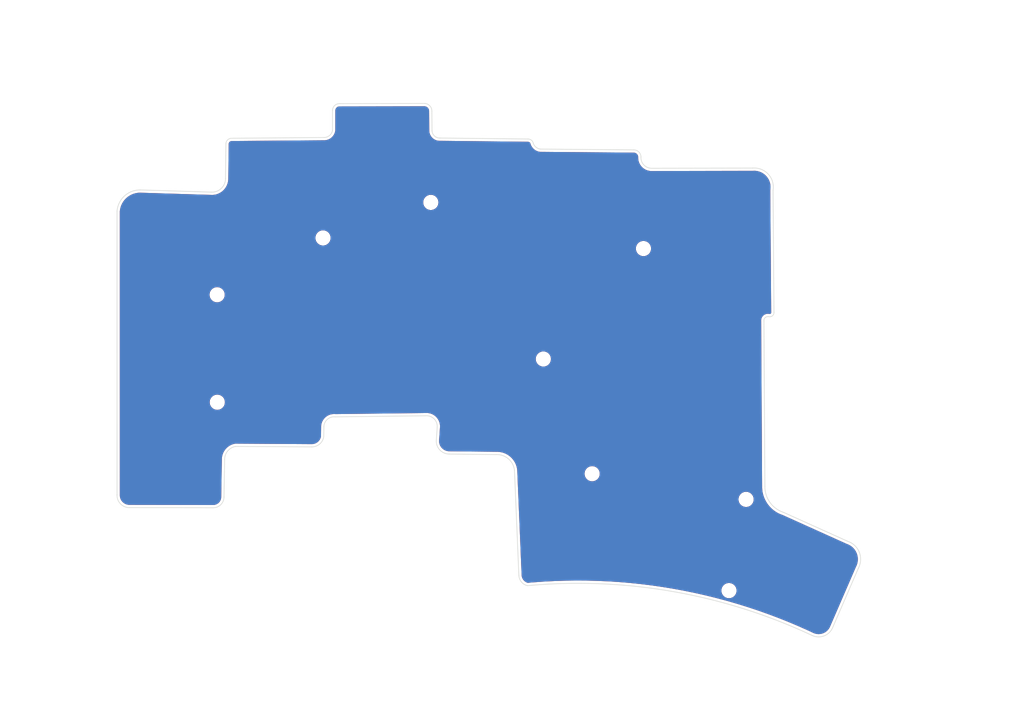
<source format=kicad_pcb>
(kicad_pcb (version 20241229) (generator "pcbnew") (generator_version "9.0")
  (title_block (title "Cheapino") (rev "2") (company "Appman"))
  (layers (0 "F.Cu" signal) (2 "B.Cu" signal) (13 "F.Paste" user) (15 "B.Paste" user) (5 "F.SilkS" user "F.Silkscreen") (7 "B.SilkS" user "B.Silkscreen") (1 "F.Mask" user) (3 "B.Mask" user) (25 "Edge.Cuts" user))
  (net 0 "")
  (footprint "MountingHole:MountingHole_2.2mm_M2" (layer "F.Cu") (at 153.924 71.628)
    (property "Reference" "REF**" (hide yes))
    (property "Value" "MountingHole_2.2mm_M2")
    (pad "" np_thru_hole circle (at 0 0) (size 2.2 2.2) (drill 2.2) (layers "*.Cu" "*.Mask"))
  )
  (footprint "MountingHole:MountingHole_2.2mm_M2" (layer "F.Cu") (at 136.080097 91.312195)
    (property "Reference" "REF**" (hide yes))
    (property "Value" "MountingHole_2.2mm_M2")
    (pad "" np_thru_hole circle (at 0 0) (size 2.2 2.2) (drill 2.2) (layers "*.Cu" "*.Mask"))
  )
  (footprint "MountingHole:MountingHole_2.2mm_M2" (layer "F.Cu") (at 144.78 111.76)
    (property "Reference" "REF**" (hide yes))
    (property "Value" "MountingHole_2.2mm_M2")
    (pad "" np_thru_hole circle (at 0 0) (size 2.2 2.2) (drill 2.2) (layers "*.Cu" "*.Mask"))
  )
  (footprint "MountingHole:MountingHole_2.2mm_M2" (layer "F.Cu") (at 77.970873 99.018711)
    (property "Reference" "REF**" (hide yes))
    (property "Value" "MountingHole_2.2mm_M2")
    (pad "" np_thru_hole circle (at 0 0) (size 2.2 2.2) (drill 2.2) (layers "*.Cu" "*.Mask"))
  )
  (footprint "MountingHole:MountingHole_2.2mm_M2" (layer "F.Cu") (at 116.023361 63.404057)
    (property "Reference" "REF**" (hide yes))
    (property "Value" "MountingHole_2.2mm_M2" (hide yes))
    (pad "" np_thru_hole circle (at 0 0) (size 2.2 2.2) (drill 2.2) (layers "*.Cu" "*.Mask"))
  )
  (footprint "MountingHole:MountingHole_2.2mm_M2" (layer "F.Cu") (at 169.164 132.588)
    (property "Reference" "REF**" (hide yes))
    (property "Value" "MountingHole_2.2mm_M2")
    (pad "" np_thru_hole circle (at 0 0) (size 2.2 2.2) (drill 2.2) (layers "*.Cu" "*.Mask"))
  )
  (footprint "MountingHole:MountingHole_2.2mm_M2" (layer "F.Cu") (at 96.81265 69.732842)
    (property "Reference" "REF**" (hide yes))
    (property "Value" "MountingHole_2.2mm_M2")
    (pad "" np_thru_hole circle (at 0 0) (size 2.2 2.2) (drill 2.2) (layers "*.Cu" "*.Mask"))
  )
  (footprint "MountingHole:MountingHole_2.2mm_M2" (layer "F.Cu") (at 77.94496 79.858898)
    (property "Reference" "REF**" (hide yes))
    (property "Value" "MountingHole_2.2mm_M2")
    (pad "" np_thru_hole circle (at 0 0) (size 2.2 2.2) (drill 2.2) (layers "*.Cu" "*.Mask"))
  )
  (footprint "MountingHole:MountingHole_2.2mm_M2" (layer "F.Cu") (at 172.212 116.332)
    (property "Reference" "REF**" (hide yes))
    (property "Value" "MountingHole_2.2mm_M2")
    (pad "" np_thru_hole circle (at 0 0) (size 2.2 2.2) (drill 2.2) (layers "*.Cu" "*.Mask"))
  )
  (gr_line (start 79.500515 52.914082) (end 79.429508 59.156588) (stroke (width 0.1)) (layer "Edge.Cuts"))
  (gr_arc (start 177.185691 82.985273) (mid 176.90793 83.620631) (end 176.22968 83.764884) (stroke (width 0.1)) (layer "Edge.Cuts"))
  (gr_arc (start 133.23974 131.710931) (mid 132.19387 131.074106) (end 131.716134 129.946649) (stroke (width 0.1)) (layer "Edge.Cuts"))
  (gr_line (start 127.721062 108.3501) (end 119.329201 108.257183) (stroke (width 0.1)) (layer "Edge.Cuts"))
  (gr_arc (start 79.500515 52.914082) (mid 79.796137 52.276064) (end 80.428649 51.968838) (stroke (width 0.1)) (layer "Edge.Cuts"))
  (gr_line (start 116.213579 47.189205) (end 116.246171 50.620072) (stroke (width 0.1)) (layer "Edge.Cuts"))
  (gr_arc (start 190.310839 123.79493) (mid 192.388435 125.746797) (end 192.230067 128.593041) (stroke (width 0.1)) (layer "Edge.Cuts"))
  (gr_line (start 99.7966 45.7962) (end 114.987095 45.766378) (stroke (width 0.1)) (layer "Edge.Cuts"))
  (gr_arc (start 178.879579 118.641349) (mid 176.468183 116.871883) (end 175.5648 114.0206) (stroke (width 0.1)) (layer "Edge.Cuts"))
  (gr_arc (start 98.502059 46.989799) (mid 98.901429 46.124135) (end 99.7966 45.7962) (stroke (width 0.1)) (layer "Edge.Cuts"))
  (gr_arc (start 96.94871 105.155514) (mid 96.221226 106.462658) (end 94.8182 106.981672) (stroke (width 0.1)) (layer "Edge.Cuts"))
  (gr_arc (start 79.429508 59.156588) (mid 78.721671 60.865471) (end 77.012788 61.573308) (stroke (width 0.1)) (layer "Edge.Cuts"))
  (gr_line (start 177.022574 61.262129) (end 177.185691 82.985273) (stroke (width 0.1)) (layer "Edge.Cuts"))
  (gr_line (start 178.879579 118.641349) (end 190.310839 123.79493) (stroke (width 0.1)) (layer "Edge.Cuts"))
  (gr_line (start 81.227791 106.896091) (end 94.8182 106.981672) (stroke (width 0.1)) (layer "Edge.Cuts"))
  (gr_arc (start 60.096401 64.9732) (mid 61.411421 62.269947) (end 64.2112 61.175373) (stroke (width 0.1)) (layer "Edge.Cuts"))
  (gr_line (start 98.501199 50.546) (end 98.502059 46.989799) (stroke (width 0.1)) (layer "Edge.Cuts"))
  (gr_line (start 60.097766 115.541608) (end 60.096401 64.9732) (stroke (width 0.1)) (layer "Edge.Cuts"))
  (gr_arc (start 173.376392 57.279702) (mid 176.176853 58.376067) (end 177.022574 61.262129) (stroke (width 0.1)) (layer "Edge.Cuts"))
  (gr_line (start 62.3062 117.804489) (end 77.241392 117.828012) (stroke (width 0.1)) (layer "Edge.Cuts"))
  (gr_arc (start 155.40539 57.316586) (mid 154.008636 56.737843) (end 153.480443 55.3212) (stroke (width 0.1)) (layer "Edge.Cuts"))
  (gr_line (start 175.397787 84.509486) (end 175.5648 114.0206) (stroke (width 0.1)) (layer "Edge.Cuts"))
  (gr_line (start 135.567935 53.896886) (end 152.1968 54.037558) (stroke (width 0.1)) (layer "Edge.Cuts"))
  (gr_arc (start 62.3062 117.804489) (mid 60.725234 117.138326) (end 60.097766 115.541608) (stroke (width 0.1)) (layer "Edge.Cuts"))
  (gr_arc (start 119.329201 108.257183) (mid 117.683184 107.580049) (end 116.990127 105.940673) (stroke (width 0.1)) (layer "Edge.Cuts"))
  (gr_line (start 79.282174 109.207622) (end 79.169212 115.900208) (stroke (width 0.1)) (layer "Edge.Cuts"))
  (gr_arc (start 114.987095 45.766378) (mid 115.886412 46.231193) (end 116.213579 47.189205) (stroke (width 0.1)) (layer "Edge.Cuts"))
  (gr_line (start 192.230067 128.593041) (end 187.669548 139.120643) (stroke (width 0.1)) (layer "Edge.Cuts"))
  (gr_line (start 117.157805 103.494668) (end 116.990127 105.940673) (stroke (width 0.1)) (layer "Edge.Cuts"))
  (gr_arc (start 79.169212 115.900208) (mid 78.604563 117.263375) (end 77.241392 117.828012) (stroke (width 0.1)) (layer "Edge.Cuts"))
  (gr_line (start 117.659691 51.926875) (end 133.35 52.100427) (stroke (width 0.1)) (layer "Edge.Cuts"))
  (gr_arc (start 79.282174 109.207622) (mid 79.8322 107.696) (end 81.227791 106.896091) (stroke (width 0.1)) (layer "Edge.Cuts"))
  (gr_line (start 64.2112 61.175373) (end 77.012788 61.573308) (stroke (width 0.1)) (layer "Edge.Cuts"))
  (gr_line (start 97.057003 51.832357) (end 80.428649 51.968838) (stroke (width 0.1)) (layer "Edge.Cuts"))
  (gr_arc (start 187.669548 139.120643) (mid 186.176086 140.638018) (end 184.047178 140.613355) (stroke (width 0.1)) (layer "Edge.Cuts"))
  (gr_arc (start 152.1968 54.037558) (mid 153.104472 54.413528) (end 153.480442 55.3212) (stroke (width 0.1)) (layer "Edge.Cuts"))
  (gr_arc (start 98.501199 50.546) (mid 98.010882 51.4494) (end 97.057003 51.832357) (stroke (width 0.1)) (layer "Edge.Cuts"))
  (gr_arc (start 117.659691 51.926875) (mid 116.681009 51.567601) (end 116.246171 50.620072) (stroke (width 0.1)) (layer "Edge.Cuts"))
  (gr_arc (start 133.35 52.100427) (mid 133.964678 52.322967) (end 134.294428 52.88743) (stroke (width 0.1)) (layer "Edge.Cuts"))
  (gr_line (start 96.971982 103.342103) (end 96.94871 105.155514) (stroke (width 0.1)) (layer "Edge.Cuts"))
  (gr_arc (start 127.721062 108.3501) (mid 129.875764 109.124199) (end 130.927972 111.157638) (stroke (width 0.1)) (layer "Edge.Cuts"))
  (gr_line (start 130.927972 111.157638) (end 131.716134 129.946649) (stroke (width 0.1)) (layer "Edge.Cuts"))
  (gr_line (start 115.097757 101.434593) (end 98.988901 101.630126) (stroke (width 0.1)) (layer "Edge.Cuts"))
  (gr_arc (start 115.097757 101.434593) (mid 116.608711 101.983706) (end 117.157805 103.494668) (stroke (width 0.1)) (layer "Edge.Cuts"))
  (gr_line (start 155.40539 57.316586) (end 173.376392 57.279702) (stroke (width 0.1)) (layer "Edge.Cuts"))
  (gr_arc (start 175.397787 84.509486) (mid 175.629661 83.931533) (end 176.22968 83.764884) (stroke (width 0.1)) (layer "Edge.Cuts"))
  (gr_arc (start 96.971982 103.342103) (mid 97.608862 102.048349) (end 98.988901 101.630126) (stroke (width 0.1)) (layer "Edge.Cuts"))
  (gr_arc (start 135.567935 53.896886) (mid 134.786253 53.574997) (end 134.294429 52.88743) (stroke (width 0.1)) (layer "Edge.Cuts"))
  (gr_arc (start 133.23974 131.710931) (mid 159.237601 132.771289) (end 184.047178 140.613356) (stroke (width 0.1)) (layer "Edge.Cuts"))
  (zone (net 0) (net_name "") (layers "F.Cu" "B.Cu") (connect_pads (clearance 0.508)) (min_thickness 0.25) (fill yes (thermal_gap 0.5) (thermal_bridge_width 0.5) (island_removal_mode 1) (island_area_min 10))
    (polygon (pts (xy 42.3164 27.3304) (xy 221.742 32.3596) (xy 209.4738 153.1874) (xy 39.243 154.5844)))
  )
)
</source>
